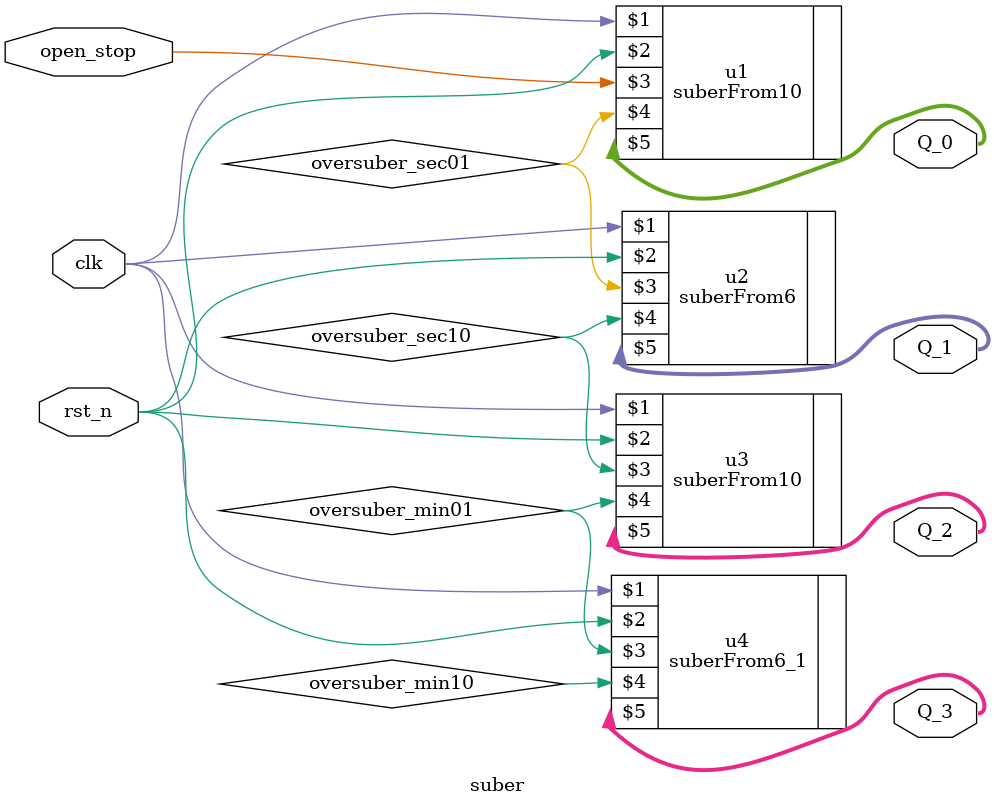
<source format=v>
`timescale 1ns / 1ps


module suber(
input clk,
input rst_n,
input open_stop,
output [3:0]Q_0,
output [3:0]Q_1,
output [3:0]Q_2,
output [3:0]Q_3// ·´Ïò¼ÆÊýÆ÷µÄÊä³ö
    );
    wire oversuber_sec01,oversuber_sec10,oversuber_min01,oversuber_min10;
    suberFrom10 u1(clk,rst_n,open_stop,oversuber_sec01,Q_0);  //open_stop=1¼´»á½øÐÐ¸öÎ»·´Ïò¼ÆÊ±£¬¿ÉÒÔÆðµ½¿ªÆôºÍÔÝÍ£µÄ×÷ÓÃ
    suberFrom6 u2(clk,rst_n,oversuber_sec01,oversuber_sec10,Q_1);
    suberFrom10 u3(clk,rst_n,oversuber_sec10,oversuber_min01,Q_2);
    suberFrom6_1 u4(clk,rst_n,oversuber_min01,oversuber_min10,Q_3);

endmodule

</source>
